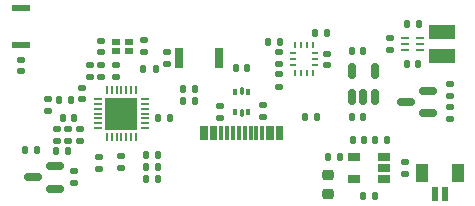
<source format=gtp>
G04 #@! TF.GenerationSoftware,KiCad,Pcbnew,9.0.0*
G04 #@! TF.CreationDate,2025-03-15T13:46:40+01:00*
G04 #@! TF.ProjectId,snowbackpack,736e6f77-6261-4636-9b70-61636b2e6b69,rev?*
G04 #@! TF.SameCoordinates,Original*
G04 #@! TF.FileFunction,Paste,Top*
G04 #@! TF.FilePolarity,Positive*
%FSLAX46Y46*%
G04 Gerber Fmt 4.6, Leading zero omitted, Abs format (unit mm)*
G04 Created by KiCad (PCBNEW 9.0.0) date 2025-03-15 13:46:40*
%MOMM*%
%LPD*%
G01*
G04 APERTURE LIST*
G04 Aperture macros list*
%AMRoundRect*
0 Rectangle with rounded corners*
0 $1 Rounding radius*
0 $2 $3 $4 $5 $6 $7 $8 $9 X,Y pos of 4 corners*
0 Add a 4 corners polygon primitive as box body*
4,1,4,$2,$3,$4,$5,$6,$7,$8,$9,$2,$3,0*
0 Add four circle primitives for the rounded corners*
1,1,$1+$1,$2,$3*
1,1,$1+$1,$4,$5*
1,1,$1+$1,$6,$7*
1,1,$1+$1,$8,$9*
0 Add four rect primitives between the rounded corners*
20,1,$1+$1,$2,$3,$4,$5,0*
20,1,$1+$1,$4,$5,$6,$7,0*
20,1,$1+$1,$6,$7,$8,$9,0*
20,1,$1+$1,$8,$9,$2,$3,0*%
G04 Aperture macros list end*
%ADD10RoundRect,0.135000X0.185000X-0.135000X0.185000X0.135000X-0.185000X0.135000X-0.185000X-0.135000X0*%
%ADD11RoundRect,0.135000X0.135000X0.185000X-0.135000X0.185000X-0.135000X-0.185000X0.135000X-0.185000X0*%
%ADD12R,1.100000X0.700000*%
%ADD13RoundRect,0.140000X0.170000X-0.140000X0.170000X0.140000X-0.170000X0.140000X-0.170000X-0.140000X0*%
%ADD14RoundRect,0.140000X0.140000X0.170000X-0.140000X0.170000X-0.140000X-0.170000X0.140000X-0.170000X0*%
%ADD15RoundRect,0.147500X-0.147500X-0.172500X0.147500X-0.172500X0.147500X0.172500X-0.147500X0.172500X0*%
%ADD16RoundRect,0.140000X-0.170000X0.140000X-0.170000X-0.140000X0.170000X-0.140000X0.170000X0.140000X0*%
%ADD17RoundRect,0.147500X-0.172500X0.147500X-0.172500X-0.147500X0.172500X-0.147500X0.172500X0.147500X0*%
%ADD18RoundRect,0.135000X-0.135000X-0.185000X0.135000X-0.185000X0.135000X0.185000X-0.135000X0.185000X0*%
%ADD19RoundRect,0.135000X-0.185000X0.135000X-0.185000X-0.135000X0.185000X-0.135000X0.185000X0.135000X0*%
%ADD20RoundRect,0.150000X0.587500X0.150000X-0.587500X0.150000X-0.587500X-0.150000X0.587500X-0.150000X0*%
%ADD21RoundRect,0.093750X0.093750X-0.156250X0.093750X0.156250X-0.093750X0.156250X-0.093750X-0.156250X0*%
%ADD22RoundRect,0.075000X0.075000X-0.250000X0.075000X0.250000X-0.075000X0.250000X-0.075000X-0.250000X0*%
%ADD23RoundRect,0.140000X-0.140000X-0.170000X0.140000X-0.170000X0.140000X0.170000X-0.140000X0.170000X0*%
%ADD24R,1.600000X0.600000*%
%ADD25R,2.200000X1.200000*%
%ADD26RoundRect,0.218750X0.256250X-0.218750X0.256250X0.218750X-0.256250X0.218750X-0.256250X-0.218750X0*%
%ADD27R,0.680010X0.280010*%
%ADD28RoundRect,0.150000X0.150000X-0.512500X0.150000X0.512500X-0.150000X0.512500X-0.150000X-0.512500X0*%
%ADD29R,0.729997X0.600000*%
%ADD30R,0.700000X0.200000*%
%ADD31R,0.200000X0.700000*%
%ADD32R,2.700000X2.700000*%
%ADD33R,0.550013X1.229997*%
%ADD34R,1.000000X1.500000*%
%ADD35R,0.300000X1.150013*%
%ADD36R,0.280010X0.500000*%
%ADD37R,0.500000X0.280010*%
%ADD38R,0.800000X1.700000*%
G04 APERTURE END LIST*
D10*
X92000000Y-90740001D03*
X92000000Y-91759999D03*
D11*
X89859999Y-89300000D03*
X88840001Y-89300000D03*
D12*
X105894006Y-96951081D03*
X105894006Y-96001118D03*
X105894006Y-95049125D03*
X103305994Y-95049125D03*
X103305994Y-96949047D03*
D13*
X81924994Y-88280000D03*
X81924994Y-87320000D03*
D14*
X104079999Y-86100000D03*
X103119999Y-86100000D03*
D15*
X93315000Y-87550000D03*
X94285000Y-87550000D03*
D16*
X80111517Y-92734213D03*
X80111517Y-93694213D03*
D17*
X83174994Y-87315000D03*
X83174994Y-88285000D03*
D11*
X76509999Y-94500000D03*
X75490001Y-94500000D03*
X79109999Y-94600000D03*
X78090001Y-94600000D03*
D18*
X104090001Y-98400000D03*
X105109999Y-98400000D03*
D13*
X80946378Y-88280000D03*
X80946378Y-87320000D03*
D10*
X79587495Y-97297498D03*
X79587495Y-96277500D03*
D18*
X85690001Y-94900000D03*
X86709999Y-94900000D03*
D17*
X107600000Y-95515000D03*
X107600000Y-96485000D03*
D18*
X85690001Y-96899998D03*
X86709999Y-96899998D03*
D19*
X97000000Y-86190128D03*
X97000000Y-87210126D03*
D17*
X111462500Y-88915000D03*
X111462500Y-89885000D03*
D20*
X109600000Y-91350000D03*
X109600000Y-89450000D03*
X107724999Y-90400000D03*
D17*
X75100000Y-86865000D03*
X75100000Y-87835000D03*
D13*
X87450000Y-87180000D03*
X87450000Y-86220000D03*
D16*
X80274994Y-89245000D03*
X80274994Y-90205000D03*
D14*
X104180000Y-93600001D03*
X103220000Y-93600001D03*
D15*
X78353724Y-90225000D03*
X79323724Y-90225000D03*
D21*
X93262500Y-91250000D03*
D22*
X93800000Y-91325000D03*
D21*
X94337500Y-91250000D03*
X94337500Y-89550000D03*
D22*
X93800000Y-89475000D03*
D21*
X93262500Y-89550000D03*
D18*
X107790002Y-83800000D03*
X108810000Y-83800000D03*
D23*
X107760184Y-87200000D03*
X108720184Y-87200000D03*
D16*
X85524994Y-85208961D03*
X85524994Y-86168961D03*
D11*
X102110000Y-95100000D03*
X101090000Y-95100000D03*
D16*
X106400000Y-85020000D03*
X106400000Y-85980000D03*
D10*
X111462501Y-91824998D03*
X111462501Y-90805000D03*
D13*
X101000000Y-87280000D03*
X101000000Y-86320000D03*
D24*
X75100000Y-82450000D03*
X75100000Y-85599999D03*
D18*
X85490001Y-87600000D03*
X86509999Y-87600000D03*
D23*
X105120000Y-93600000D03*
X106080000Y-93600000D03*
D25*
X110800000Y-86528143D03*
X110800000Y-84471755D03*
D26*
X101100000Y-98187501D03*
X101100000Y-96612499D03*
D20*
X78024994Y-97750000D03*
X78024994Y-95850000D03*
X76149993Y-96800000D03*
D27*
X108880163Y-86000000D03*
X108880163Y-85500127D03*
X108880163Y-85000000D03*
X107600000Y-85000000D03*
X107600000Y-85500127D03*
X107600000Y-86000000D03*
D13*
X81924994Y-86180000D03*
X81924994Y-85220000D03*
X83600000Y-95980000D03*
X83600000Y-95020000D03*
D28*
X103150001Y-90037500D03*
X104100000Y-90037500D03*
X105049999Y-90037500D03*
X105049999Y-87762500D03*
X103150001Y-87762500D03*
D29*
X83174955Y-86099924D03*
X84275033Y-86099924D03*
X84275033Y-85300076D03*
X83174955Y-85300076D03*
D15*
X78636567Y-91800000D03*
X79606567Y-91800000D03*
D23*
X103119999Y-91700000D03*
X104079999Y-91700000D03*
D14*
X87704994Y-91800000D03*
X86744994Y-91800000D03*
D10*
X97000000Y-89110126D03*
X97000000Y-88090128D03*
D30*
X81624993Y-90200102D03*
X81624994Y-90599898D03*
X81624994Y-91000203D03*
X81624994Y-91398984D03*
X81624994Y-91800051D03*
X81624994Y-92200102D03*
X81624993Y-92599898D03*
D31*
X82425096Y-93400001D03*
X82824892Y-93400000D03*
X83224943Y-93400000D03*
X83624994Y-93399238D03*
X84024791Y-93400000D03*
X84425096Y-93400000D03*
X84824892Y-93400001D03*
D30*
X85624995Y-92599898D03*
X85624994Y-92200102D03*
X85624994Y-91799797D03*
X85624995Y-91400000D03*
X85624994Y-91000203D03*
X85624994Y-90599898D03*
X85624995Y-90200102D03*
D31*
X84824892Y-89399999D03*
X84425096Y-89400000D03*
X84024791Y-89400000D03*
X83624994Y-89400254D03*
X83225197Y-89400000D03*
X82824892Y-89400000D03*
X82425096Y-89399999D03*
D32*
X83624994Y-91400255D03*
D23*
X100045019Y-84600128D03*
X101005019Y-84600128D03*
D18*
X99190001Y-91650000D03*
X100209999Y-91650000D03*
D17*
X81700000Y-95115000D03*
X81700000Y-96085000D03*
D16*
X78131618Y-92734213D03*
X78131618Y-93694213D03*
D33*
X110199873Y-98192558D03*
X110999975Y-98192558D03*
D34*
X112149835Y-96407442D03*
X109050013Y-96407442D03*
D18*
X85690001Y-95900000D03*
X86709999Y-95900000D03*
D10*
X95600000Y-91709999D03*
X95600000Y-90690001D03*
D11*
X89859999Y-90299998D03*
X88840001Y-90299998D03*
D13*
X77424509Y-91155000D03*
X77424509Y-90195000D03*
D35*
X90449987Y-93080016D03*
X91250089Y-93080016D03*
X92550064Y-93080016D03*
X93550064Y-93080016D03*
X94049936Y-93080016D03*
X95049936Y-93080016D03*
X96349911Y-93080016D03*
X97150013Y-93080016D03*
X96850038Y-93080016D03*
X96049936Y-93080016D03*
X95550064Y-93080016D03*
X94550064Y-93080016D03*
X93049936Y-93080016D03*
X92049936Y-93080016D03*
X91550064Y-93080016D03*
X90749962Y-93080016D03*
D16*
X79121567Y-92734211D03*
X79121567Y-93694211D03*
D36*
X98349936Y-87975083D03*
X98850064Y-87975083D03*
X99349936Y-87975083D03*
X99850064Y-87975083D03*
D37*
X100025019Y-87300000D03*
X100025019Y-86800127D03*
X100025019Y-86300000D03*
D36*
X99850064Y-85625171D03*
X99349936Y-85625171D03*
X98850064Y-85625171D03*
X98349936Y-85625171D03*
D37*
X98174981Y-86300000D03*
X98174981Y-86800127D03*
X98174981Y-87300000D03*
D18*
X95990001Y-85300127D03*
X97009999Y-85300127D03*
D38*
X88499999Y-86700000D03*
X91900001Y-86700000D03*
M02*

</source>
